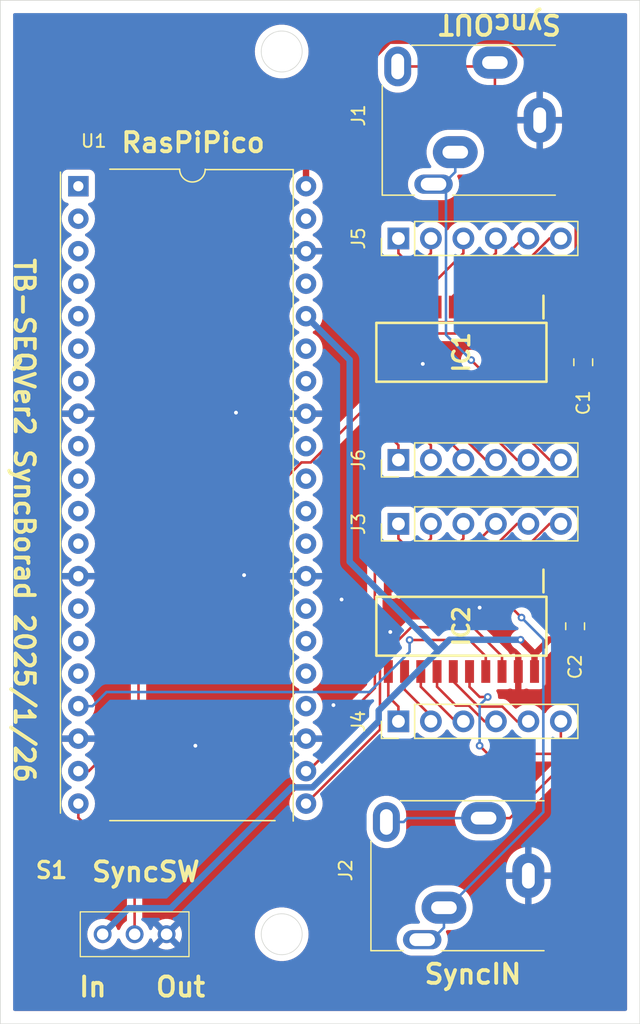
<source format=kicad_pcb>
(kicad_pcb (version 20240108) (generator "pcbnew") (generator_version "8.0")
  (layers (0 "F.Cu" signal) (31 "B.Cu" signal) (34 "B.Paste" user) (35 "F.Paste" user) (36 "B.SilkS" user "B.Silkscreen") (37 "F.SilkS" user "F.Silkscreen") (38 "B.Mask" user) (39 "F.Mask" user) (44 "Edge.Cuts" user))
  (net 0 "")
  (net 1 "D+5V")
  (net 2 "GNDD")
  (net 3 "D+3.3V")
  (net 4 "A+SyncOut")
  (net 5 "A+SyncOut_Run{slash}Stop")
  (net 6 "D+SyncOut")
  (net 7 "D+SyncOut_Run{slash}Stop")
  (net 8 "D+SyncIn_Run{slash}Stop")
  (net 9 "A+SyncIn_Run{slash}Stop")
  (net 10 "A+SyncIn")
  (net 11 "D+SyncIn")
  (net 12 "D+Plugin_SyncIn")
  (net 39 "Net-(IC1-A8)")
  (net 40 "Net-(IC1-Y7)")
  (net 41 "Net-(IC1-Y3)")
  (net 42 "Net-(IC1-A6)")
  (net 43 "Net-(IC1-A4)")
  (net 44 "Net-(IC1-Y6)")
  (net 45 "Net-(IC1-A3)")
  (net 46 "Net-(IC1-A5)")
  (net 47 "Net-(IC1-A7)")
  (net 48 "Net-(IC1-Y4)")
  (net 49 "Net-(IC1-Y8)")
  (net 50 "Net-(IC1-Y5)")
  (net 51 "Net-(IC2-A4)")
  (net 52 "Net-(IC2-A6)")
  (net 53 "Net-(IC2-A5)")
  (net 54 "Net-(IC2-Y5)")
  (net 55 "Net-(IC2-Y3)")
  (net 56 "Net-(IC2-Y7)")
  (net 57 "Net-(IC2-A3)")
  (net 58 "Net-(IC2-Y4)")
  (net 59 "Net-(IC2-A8)")
  (net 60 "Net-(IC2-A7)")
  (net 61 "Net-(IC2-Y6)")
  (net 62 "Net-(IC2-Y8)")
  (footprint "Capacitor_SMD:C_0805_2012Metric_Pad1.18x1.45mm_HandSolder" (layer "F.Cu") (at 125.575 58.288 -90)
    (property "Reference" "C1" (at 3.175 0 90) (layer "F.SilkS"))
    (property "Value" "0.1uf")
    (fp_line (start -0.261252 0.735) (end 0.261252 0.735) (stroke (width 0.12)) (layer "F.SilkS"))
    (fp_line (start -0.261252 -0.735) (end 0.261252 -0.735) (stroke (width 0.12)) (layer "F.SilkS"))
    (pad "1" smd roundrect (at -1.0375 0 270) (size 1.175 1.45) (layers "F.Cu" "F.Paste" "F.Mask") (roundrect_rratio 0.212766) (net 2 "GNDD"))
    (pad "2" smd roundrect (at 1.0375 0 270) (size 1.175 1.45) (layers "F.Cu" "F.Paste" "F.Mask") (roundrect_rratio 0.212766) (net 1 "D+5V"))
  )
  (footprint "SamacSys_Parts:SOIC127P780X190-20N" (layer "F.Cu") (at 116.05 78.925 -90)
    (property "Reference" "IC2" (at 0 0 -90) (layer "F.SilkS") (effects (font (size 1.27 1.27) (thickness 0.254))))
    (property "Value" "TC74VHC541F" (hide yes))
    (fp_line (start -2.3 6.65) (end -2.3 -6.65) (stroke (width 0.2)) (layer "F.SilkS"))
    (fp_line (start 2.3 6.65) (end -2.3 6.65) (stroke (width 0.2)) (layer "F.SilkS"))
    (fp_line (start -4.425 -6.415) (end -2.65 -6.415) (stroke (width 0.2)) (layer "F.SilkS"))
    (fp_line (start -2.3 -6.65) (end 2.3 -6.65) (stroke (width 0.2)) (layer "F.SilkS"))
    (fp_line (start 2.3 -6.65) (end 2.3 6.65) (stroke (width 0.2)) (layer "F.SilkS"))
    (pad "1" smd rect (at -3.538 -5.715) (size 0.7 1.775) (layers "F.Cu" "F.Paste" "F.Mask") (net 2 "GNDD"))
    (pad "2" smd rect (at -3.538 -4.445) (size 0.7 1.775) (layers "F.Cu" "F.Paste" "F.Mask") (net 10 "A+SyncIn"))
    (pad "3" smd rect (at -3.538 -3.175) (size 0.7 1.775) (layers "F.Cu" "F.Paste" "F.Mask") (net 9 "A+SyncIn_Run{slash}Stop"))
    (pad "4" smd rect (at -3.538 -1.905) (size 0.7 1.775) (layers "F.Cu" "F.Paste" "F.Mask") (net 57 "Net-(IC2-A3)"))
    (pad "5" smd rect (at -3.538 -0.635) (size 0.7 1.775) (layers "F.Cu" "F.Paste" "F.Mask") (net 51 "Net-(IC2-A4)"))
    (pad "6" smd rect (at -3.538 0.635) (size 0.7 1.775) (layers "F.Cu" "F.Paste" "F.Mask") (net 53 "Net-(IC2-A5)"))
    (pad "7" smd rect (at -3.538 1.905) (size 0.7 1.775) (layers "F.Cu" "F.Paste" "F.Mask") (net 52 "Net-(IC2-A6)"))
    (pad "8" smd rect (at -3.538 3.175) (size 0.7 1.775) (layers "F.Cu" "F.Paste" "F.Mask") (net 60 "Net-(IC2-A7)"))
    (pad "9" smd rect (at -3.538 4.445) (size 0.7 1.775) (layers "F.Cu" "F.Paste" "F.Mask") (net 59 "Net-(IC2-A8)"))
    (pad "10" smd rect (at -3.538 5.715) (size 0.7 1.775) (layers "F.Cu" "F.Paste" "F.Mask") (net 2 "GNDD"))
    (pad "11" smd rect (at 3.538 5.715) (size 0.7 1.775) (layers "F.Cu" "F.Paste" "F.Mask") (net 62 "Net-(IC2-Y8)"))
    (pad "12" smd rect (at 3.538 4.445) (size 0.7 1.775) (layers "F.Cu" "F.Paste" "F.Mask") (net 56 "Net-(IC2-Y7)"))
    (pad "13" smd rect (at 3.538 3.175) (size 0.7 1.775) (layers "F.Cu" "F.Paste" "F.Mask") (net 61 "Net-(IC2-Y6)"))
    (pad "14" smd rect (at 3.538 1.905) (size 0.7 1.775) (layers "F.Cu" "F.Paste" "F.Mask") (net 54 "Net-(IC2-Y5)"))
    (pad "15" smd rect (at 3.538 0.635) (size 0.7 1.775) (layers "F.Cu" "F.Paste" "F.Mask") (net 58 "Net-(IC2-Y4)"))
    (pad "16" smd rect (at 3.538 -0.635) (size 0.7 1.775) (layers "F.Cu" "F.Paste" "F.Mask") (net 55 "Net-(IC2-Y3)"))
    (pad "17" smd rect (at 3.538 -1.905) (size 0.7 1.775) (layers "F.Cu" "F.Paste" "F.Mask") (net 8 "D+SyncIn_Run{slash}Stop"))
    (pad "18" smd rect (at 3.538 -3.175) (size 0.7 1.775) (layers "F.Cu" "F.Paste" "F.Mask") (net 11 "D+SyncIn"))
    (pad "19" smd rect (at 3.538 -4.445) (size 0.7 1.775) (layers "F.Cu" "F.Paste" "F.Mask") (net 2 "GNDD"))
    (pad "20" smd rect (at 3.538 -5.715) (size 0.7 1.775) (layers "F.Cu" "F.Paste" "F.Mask") (net 3 "D+3.3V"))
  )
  (footprint "Connector_PinHeader_2.54mm:PinHeader_1x06_P2.54mm_Vertical" (layer "F.Cu") (at 111.125 48.615 90)
    (property "Reference" "J5" (at 0 -3.125 90) (layer "F.SilkS"))
    (property "Value" "Conn_01x06")
    (fp_line (start -1.33 -1.33) (end 0 -1.33) (stroke (width 0.12)) (layer "F.SilkS"))
    (fp_line (start -1.33 0) (end -1.33 -1.33) (stroke (width 0.12)) (layer "F.SilkS"))
    (fp_line (start 1.33 1.27) (end 1.33 14.03) (stroke (width 0.12)) (layer "F.SilkS"))
    (fp_line (start -1.33 1.27) (end 1.33 1.27) (stroke (width 0.12)) (layer "F.SilkS"))
    (fp_line (start -1.33 1.27) (end -1.33 14.03) (stroke (width 0.12)) (layer "F.SilkS"))
    (fp_line (start -1.33 14.03) (end 1.33 14.03) (stroke (width 0.12)) (layer "F.SilkS"))
    (pad "1" thru_hole rect (at 0 0 90) (size 1.7 1.7) (drill 1) (layers "*.Cu" "*.Mask") (net 39 "Net-(IC1-A8)"))
    (pad "2" thru_hole oval (at 0 2.54 90) (size 1.7 1.7) (drill 1) (layers "*.Cu" "*.Mask") (net 47 "Net-(IC1-A7)"))
    (pad "3" thru_hole oval (at 0 5.08 90) (size 1.7 1.7) (drill 1) (layers "*.Cu" "*.Mask") (net 42 "Net-(IC1-A6)"))
    (pad "4" thru_hole oval (at 0 7.62 90) (size 1.7 1.7) (drill 1) (layers "*.Cu" "*.Mask") (net 46 "Net-(IC1-A5)"))
    (pad "5" thru_hole oval (at 0 10.16 90) (size 1.7 1.7) (drill 1) (layers "*.Cu" "*.Mask") (net 43 "Net-(IC1-A4)"))
    (pad "6" thru_hole oval (at 0 12.7 90) (size 1.7 1.7) (drill 1) (layers "*.Cu" "*.Mask") (net 45 "Net-(IC1-A3)"))
  )
  (footprint "Connector_PinHeader_2.54mm:PinHeader_1x06_P2.54mm_Vertical" (layer "F.Cu") (at 111.125 65.925 90)
    (property "Reference" "J6" (at 0 -3.125 90) (layer "F.SilkS"))
    (property "Value" "Conn_01x06")
    (fp_line (start -1.33 -1.33) (end 0 -1.33) (stroke (width 0.12)) (layer "F.SilkS"))
    (fp_line (start -1.33 0) (end -1.33 -1.33) (stroke (width 0.12)) (layer "F.SilkS"))
    (fp_line (start 1.33 1.27) (end 1.33 14.03) (stroke (width 0.12)) (layer "F.SilkS"))
    (fp_line (start -1.33 1.27) (end 1.33 1.27) (stroke (width 0.12)) (layer "F.SilkS"))
    (fp_line (start -1.33 1.27) (end -1.33 14.03) (stroke (width 0.12)) (layer "F.SilkS"))
    (fp_line (start -1.33 14.03) (end 1.33 14.03) (stroke (width 0.12)) (layer "F.SilkS"))
    (pad "1" thru_hole rect (at 0 0 90) (size 1.7 1.7) (drill 1) (layers "*.Cu" "*.Mask") (net 49 "Net-(IC1-Y8)"))
    (pad "2" thru_hole oval (at 0 2.54 90) (size 1.7 1.7) (drill 1) (layers "*.Cu" "*.Mask") (net 40 "Net-(IC1-Y7)"))
    (pad "3" thru_hole oval (at 0 5.08 90) (size 1.7 1.7) (drill 1) (layers "*.Cu" "*.Mask") (net 44 "Net-(IC1-Y6)"))
    (pad "4" thru_hole oval (at 0 7.62 90) (size 1.7 1.7) (drill 1) (layers "*.Cu" "*.Mask") (net 50 "Net-(IC1-Y5)"))
    (pad "5" thru_hole oval (at 0 10.16 90) (size 1.7 1.7) (drill 1) (layers "*.Cu" "*.Mask") (net 48 "Net-(IC1-Y4)"))
    (pad "6" thru_hole oval (at 0 12.7 90) (size 1.7 1.7) (drill 1) (layers "*.Cu" "*.Mask") (net 41 "Net-(IC1-Y3)"))
  )
  (footprint "Connector_Audio:Jack_3.5mm_CUI_SJ1-3515N_Horizontal" (layer "F.Cu") (at 121.285 98.425 180)
    (property "Reference" "J2" (at 14.285 0.425 90) (layer "F.SilkS"))
    (property "Value" "AudioJack3_SwitchTR")
    (fp_line (start 12.31 -5.86) (end 12.31 2.7) (stroke (width 0.12)) (layer "F.SilkS"))
    (fp_line (start 12.31 -5.86) (end 9.8 -5.86) (stroke (width 0.12)) (layer "F.SilkS"))
    (fp_line (start 10 5.86) (end -1.2192 5.86) (stroke (width 0.12)) (layer "F.SilkS"))
    (fp_line (start 6.8 -5.86) (end -1.2192 -5.86) (stroke (width 0.12)) (layer "F.SilkS"))
    (pad "R" thru_hole oval (at 8.3 -5 180) (size 3 1.5) (drill oval 2 1) (layers "*.Cu" "*.Mask") (net 9 "A+SyncIn_Run{slash}Stop"))
    (pad "RN" thru_hole oval (at 6.6 -2.5 180) (size 3.5 2.5) (drill oval 2 1) (layers "*.Cu" "*.Mask") (net 9 "A+SyncIn_Run{slash}Stop"))
    (pad "S" thru_hole oval (at 0 0 90) (size 3.5 2.5) (drill oval 2 1) (layers "*.Cu" "*.Mask") (net 2 "GNDD"))
    (pad "T" thru_hole oval (at 3.5 4.5 180) (size 3.5 2.5) (drill oval 2 1) (layers "*.Cu" "*.Mask") (net 10 "A+SyncIn"))
    (pad "TN" thru_hole oval (at 11.1 4.2 270) (size 3.1 2.1) (drill oval 2 1) (layers "*.Cu" "*.Mask") (net 10 "A+SyncIn"))
  )
  (footprint "SamacSys_Parts:SS12D00G3" (layer "F.Cu") (at 90.5 103)
    (property "Reference" "S1" (at -6.5 -5 0) (layer "F.SilkS") (effects (font (size 1.27 1.27) (thickness 0.254))))
    (property "Value" "SS12D00G3" (hide yes))
    (fp_line (start -4.25 -1.75) (end 4.25 -1.75) (stroke (width 0.1)) (layer "F.SilkS"))
    (fp_line (start -4.25 1.75) (end -4.25 -1.75) (stroke (width 0.1)) (layer "F.SilkS"))
    (fp_line (start 4.25 -1.75) (end 4.25 1.75) (stroke (width 0.1)) (layer "F.SilkS"))
    (fp_line (start 4.25 1.75) (end -4.25 1.75) (stroke (width 0.1)) (layer "F.SilkS"))
    (pad "1" thru_hole circle (at -2.5 0) (size 1.4 1.4) (drill 0.9) (layers "*.Cu" "*.Mask") (net 3 "D+3.3V"))
    (pad "2" thru_hole circle (at 0 0) (size 1.4 1.4) (drill 0.9) (layers "*.Cu" "*.Mask") (net 12 "D+Plugin_SyncIn"))
    (pad "3" thru_hole circle (at 2.5 0) (size 1.4 1.4) (drill 0.9) (layers "*.Cu" "*.Mask") (net 2 "GNDD"))
  )
  (footprint "Connector_Audio:Jack_3.5mm_CUI_SJ1-3515N_Horizontal" (layer "F.Cu") (at 122.17 39.37 180)
    (property "Reference" "J1" (at 14.17 0.37 90) (layer "F.SilkS"))
    (property "Value" "AudioJack3_SwitchTR")
    (fp_line (start 12.31 -5.86) (end 12.31 2.7) (stroke (width 0.12)) (layer "F.SilkS"))
    (fp_line (start 12.31 -5.86) (end 9.8 -5.86) (stroke (width 0.12)) (layer "F.SilkS"))
    (fp_line (start 10 5.86) (end -1.2192 5.86) (stroke (width 0.12)) (layer "F.SilkS"))
    (fp_line (start 6.8 -5.86) (end -1.2192 -5.86) (stroke (width 0.12)) (layer "F.SilkS"))
    (pad "R" thru_hole oval (at 8.3 -5 180) (size 3 1.5) (drill oval 2 1) (layers "*.Cu" "*.Mask") (net 5 "A+SyncOut_Run{slash}Stop"))
    (pad "RN" thru_hole oval (at 6.6 -2.5 180) (size 3.5 2.5) (drill oval 2 1) (layers "*.Cu" "*.Mask") (net 5 "A+SyncOut_Run{slash}Stop"))
    (pad "S" thru_hole oval (at 0 0 90) (size 3.5 2.5) (drill oval 2 1) (layers "*.Cu" "*.Mask") (net 2 "GNDD"))
    (pad "T" thru_hole oval (at 3.5 4.5 180) (size 3.5 2.5) (drill oval 2 1) (layers "*.Cu" "*.Mask") (net 4 "A+SyncOut"))
    (pad "TN" thru_hole oval (at 11.1 4.2 270) (size 3.1 2.1) (drill oval 2 1) (layers "*.Cu" "*.Mask") (net 4 "A+SyncOut"))
  )
  (footprint "SamacSys_Parts:SOIC127P780X190-20N" (layer "F.Cu") (at 116.05 57.513 -90)
    (property "Reference" "IC1" (at 0 0 -90) (layer "F.SilkS") (effects (font (size 1.27 1.27) (thickness 0.254))))
    (property "Value" "TC74VHC541F" (hide yes))
    (fp_line (start -2.3 6.65) (end -2.3 -6.65) (stroke (width 0.2)) (layer "F.SilkS"))
    (fp_line (start 2.3 6.65) (end -2.3 6.65) (stroke (width 0.2)) (layer "F.SilkS"))
    (fp_line (start -4.425 -6.415) (end -2.65 -6.415) (stroke (width 0.2)) (layer "F.SilkS"))
    (fp_line (start -2.3 -6.65) (end 2.3 -6.65) (stroke (width 0.2)) (layer "F.SilkS"))
    (fp_line (start 2.3 -6.65) (end 2.3 6.65) (stroke (width 0.2)) (layer "F.SilkS"))
    (pad "1" smd rect (at -3.538 -5.715) (size 0.7 1.775) (layers "F.Cu" "F.Paste" "F.Mask") (net 2 "GNDD"))
    (pad "2" smd rect (at -3.538 -4.445) (size 0.7 1.775) (layers "F.Cu" "F.Paste" "F.Mask") (net 6 "D+SyncOut"))
    (pad "3" smd rect (at -3.538 -3.175) (size 0.7 1.775) (layers "F.Cu" "F.Paste" "F.Mask") (net 7 "D+SyncOut_Run{slash}Stop"))
    (pad "4" smd rect (at -3.538 -1.905) (size 0.7 1.775) (layers "F.Cu" "F.Paste" "F.Mask") (net 45 "Net-(IC1-A3)"))
    (pad "5" smd rect (at -3.538 -0.635) (size 0.7 1.775) (layers "F.Cu" "F.Paste" "F.Mask") (net 43 "Net-(IC1-A4)"))
    (pad "6" smd rect (at -3.538 0.635) (size 0.7 1.775) (layers "F.Cu" "F.Paste" "F.Mask") (net 46 "Net-(IC1-A5)"))
    (pad "7" smd rect (at -3.538 1.905) (size 0.7 1.775) (layers "F.Cu" "F.Paste" "F.Mask") (net 42 "Net-(IC1-A6)"))
    (pad "8" smd rect (at -3.538 3.175) (size 0.7 1.775) (layers "F.Cu" "F.Paste" "F.Mask") (net 47 "Net-(IC1-A7)"))
    (pad "9" smd rect (at -3.538 4.445) (size 0.7 1.775) (layers "F.Cu" "F.Paste" "F.Mask") (net 39 "Net-(IC1-A8)"))
    (pad "10" smd rect (at -3.538 5.715) (size 0.7 1.775) (layers "F.Cu" "F.Paste" "F.Mask") (net 2 "GNDD"))
    (pad "11" smd rect (at 3.538 5.715) (size 0.7 1.775) (layers "F.Cu" "F.Paste" "F.Mask") (net 49 "Net-(IC1-Y8)"))
    (pad "12" smd rect (at 3.538 4.445) (size 0.7 1.775) (layers "F.Cu" "F.Paste" "F.Mask") (net 40 "Net-(IC1-Y7)"))
    (pad "13" smd rect (at 3.538 3.175) (size 0.7 1.775) (layers "F.Cu" "F.Paste" "F.Mask") (net 44 "Net-(IC1-Y6)"))
    (pad "14" smd rect (at 3.538 1.905) (size 0.7 1.775) (layers "F.Cu" "F.Paste" "F.Mask") (net 50 "Net-(IC1-Y5)"))
    (pad "15" smd rect (at 3.538 0.635) (size 0.7 1.775) (layers "F.Cu" "F.Paste" "F.Mask") (net 48 "Net-(IC1-Y4)"))
    (pad "16" smd rect (at 3.538 -0.635) (size 0.7 1.775) (layers "F.Cu" "F.Paste" "F.Mask") (net 41 "Net-(IC1-Y3)"))
    (pad "17" smd rect (at 3.538 -1.905) (size 0.7 1.775) (layers "F.Cu" "F.Paste" "F.Mask") (net 5 "A+SyncOut_Run{slash}Stop"))
    (pad "18" smd rect (at 3.538 -3.175) (size 0.7 1.775) (layers "F.Cu" "F.Paste" "F.Mask") (net 4 "A+SyncOut"))
    (pad "19" smd rect (at 3.538 -4.445) (size 0.7 1.775) (layers "F.Cu" "F.Paste" "F.Mask") (net 2 "GNDD"))
    (pad "20" smd rect (at 3.538 -5.715) (size 0.7 1.775) (layers "F.Cu" "F.Paste" "F.Mask") (net 1 "D+5V"))
  )
  (footprint "Connector_PinHeader_2.54mm:PinHeader_1x06_P2.54mm_Vertical" (layer "F.Cu") (at 111.125 86.36 90)
    (property "Reference" "J4" (at 0 -3.125 90) (layer "F.SilkS"))
    (property "Value" "Conn_01x06")
    (fp_line (start -1.33 -1.33) (end 0 -1.33) (stroke (width 0.12)) (layer "F.SilkS"))
    (fp_line (start -1.33 0) (end -1.33 -1.33) (stroke (width 0.12)) (layer "F.SilkS"))
    (fp_line (start 1.33 1.27) (end 1.33 14.03) (stroke (width 0.12)) (layer "F.SilkS"))
    (fp_line (start -1.33 1.27) (end 1.33 1.27) (stroke (width 0.12)) (layer "F.SilkS"))
    (fp_line (start -1.33 1.27) (end -1.33 14.03) (stroke (width 0.12)) (layer "F.SilkS"))
    (fp_line (start -1.33 14.03) (end 1.33 14.03) (stroke (width 0.12)) (layer "F.SilkS"))
    (pad "1" thru_hole rect (at 0 0 90) (size 1.7 1.7) (drill 1) (layers "*.Cu" "*.Mask") (net 62 "Net-(IC2-Y8)"))
    (pad "2" thru_hole oval (at 0 2.54 90) (size 1.7 1.7) (drill 1) (layers "*.Cu" "*.Mask") (net 56 "Net-(IC2-Y7)"))
    (pad "3" thru_hole oval (at 0 5.08 90) (size 1.7 1.7) (drill 1) (layers "*.Cu" "*.Mask") (net 61 "Net-(IC2-Y6)"))
    (pad "4" thru_hole oval (at 0 7.62 90) (size 1.7 1.7) (drill 1) (layers "*.Cu" "*.Mask") (net 54 "Net-(IC2-Y5)"))
    (pad "5" thru_hole oval (at 0 10.16 90) (size 1.7 1.7) (drill 1) (layers "*.Cu" "*.Mask") (net 58 "Net-(IC2-Y4)"))
    (pad "6" thru_hole oval (at 0 12.7 90) (size 1.7 1.7) (drill 1) (layers "*.Cu" "*.Mask") (net 55 "Net-(IC2-Y3)"))
  )
  (footprint "SamacSys_Parts:Raspberry Pi Pico DIP-40_W17.76mm" (layer "F.Cu") (at 95 44.23)
    (property "Reference" "U1" (at -7.695 -3.23 0) (layer "F.SilkS"))
    (property "Value" "~")
    (fp_line (start -10.3 -0.8) (end -10.3 49.3) (stroke (width 0.12)) (layer "F.SilkS"))
    (fp_line (start -6.44 49.89) (end 6.48 49.89) (stroke (width 0.12)) (layer "F.SilkS"))
    (fp_line (start -0.98 -1.03) (end -6.44 -1.03) (stroke (width 0.12)) (layer "F.SilkS"))
    (fp_line (start 7.9 -1) (end 1.02 -1) (stroke (width 0.12)) (layer "F.SilkS"))
    (fp_line (start 7.9 49.92) (end 7.9 -1) (stroke (width 0.12)) (layer "F.SilkS"))
    (fp_arc (start 1.02 -1.03) (mid 0.02 -0.03) (end -0.98 -1.03) (stroke (width 0.12)) (layer "F.SilkS"))
    (pad "1" thru_hole rect (at -8.9 0.3) (size 1.6 1.6) (drill 0.8) (layers "*.Cu" "*.Mask"))
    (pad "2" thru_hole oval (at -8.9 2.84) (size 1.6 1.6) (drill 0.8) (layers "*.Cu" "*.Mask"))
    (pad "3" thru_hole oval (at -8.9 5.38) (size 1.6 1.6) (drill 0.8) (layers "*.Cu" "*.Mask"))
    (pad "4" thru_hole oval (at -8.9 7.92) (size 1.6 1.6) (drill 0.8) (layers "*.Cu" "*.Mask"))
    (pad "5" thru_hole oval (at -8.9 10.46) (size 1.6 1.6) (drill 0.8) (layers "*.Cu" "*.Mask"))
    (pad "6" thru_hole oval (at -8.9 13) (size 1.6 1.6) (drill 0.8) (layers "*.Cu" "*.Mask"))
    (pad "7" thru_hole oval (at -8.9 15.54) (size 1.6 1.6) (drill 0.8) (layers "*.Cu" "*.Mask"))
    (pad "8" thru_hole oval (at -8.9 18.08) (size 1.6 1.6) (drill 0.8) (layers "*.Cu" "*.Mask") (net 2 "GNDD"))
    (pad "9" thru_hole oval (at -8.9 20.62) (size 1.6 1.6) (drill 0.8) (layers "*.Cu" "*.Mask"))
    (pad "10" thru_hole oval (at -8.9 23.16) (size 1.6 1.6) (drill 0.8) (layers "*.Cu" "*.Mask"))
    (pad "11" thru_hole oval (at -8.9 25.7) (size 1.6 1.6) (drill 0.8) (layers "*.Cu" "*.Mask"))
    (pad "12" thru_hole oval (at -8.9 28.24) (size 1.6 1.6) (drill 0.8) (layers "*.Cu" "*.Mask"))
    (pad "13" thru_hole oval (at -8.9 30.78) (size 1.6 1.6) (drill 0.8) (layers "*.Cu" "*.Mask") (net 2 "GNDD"))
    (pad "14" thru_hole oval (at -8.9 33.32) (size 1.6 1.6) (drill 0.8) (layers "*.Cu" "*.Mask"))
    (pad "15" thru_hole oval (at -8.9 35.86) (size 1.6 1.6) (drill 0.8) (layers "*.Cu" "*.Mask"))
    (pad "16" thru_hole oval (at -8.9 38.4) (size 1.6 1.6) (drill 0.8) (layers "*.Cu" "*.Mask"))
    (pad "17" thru_hole oval (at -8.9 40.94) (size 1.6 1.6) (drill 0.8) (layers "*.Cu" "*.Mask") (net 8 "D+SyncIn_Run{slash}Stop"))
    (pad "18" thru_hole oval (at -8.9 43.48) (size 1.6 1.6) (drill 0.8) (layers "*.Cu" "*.Mask") (net 2 "GNDD"))
    (pad "19" thru_hole oval (at -8.9 46.02) (size 1.6 1.6) (drill 0.8) (layers "*.Cu" "*.Mask") (net 7 "D+SyncOut_Run{slash}Stop"))
    (pad "20" thru_hole oval (at -8.9 48.56) (size 1.6 1.6) (drill 0.8) (layers "*.Cu" "*.Mask") (net 12 "D+Plugin_SyncIn"))
    (pad "21" thru_hole oval (at 8.9 48.56) (size 1.6 1.6) (drill 0.8) (layers "*.Cu" "*.Mask") (net 11 "D+SyncIn"))
    (pad "22" thru_hole oval (at 8.9 46.02) (size 1.6 1.6) (drill 0.8) (layers "*.Cu" "*.Mask") (net 6 "D+SyncOut"))
    (pad "23" thru_hole oval (at 8.9 43.48) (size 1.6 1.6) (drill 0.8) (layers "*.Cu" "*.Mask") (net 2 "GNDD"))
    (pad "24" thru_hole oval (at 8.9 40.94) (size 1.6 1.6) (drill 0.8) (layers "*.Cu" "*.Mask"))
    (pad "25" thru_hole oval (at 8.9 38.4) (size 1.6 1.6) (drill 0.8) (layers "*.Cu" "*.Mask"))
    (pad "26" thru_hole oval (at 8.9 35.86) (size 1.6 1.6) (drill 0.8) (layers "*.Cu" "*.Mask"))
    (pad "27" thru_hole oval (at 8.9 33.32) (size 1.6 1.6) (drill 0.8) (layers "*.Cu" "*.Mask"))
    (pad "28" thru_hole oval (at 8.9 30.78) (size 1.6 1.6) (drill 0.8) (layers "*.Cu" "*.Mask") (net 2 "GNDD"))
    (pad "29" thru_hole oval (at 8.9 28.24) (size 1.6 1.6) (drill 0.8) (layers "*.Cu" "*.Mask"))
    (pad "30" thru_hole oval (at 8.9 25.7) (size 1.6 1.6) (drill 0.8) (layers "*.Cu" "*.Mask"))
    (pad "31" thru_hole oval (at 8.9 23.16) (size 1.6 1.6) (drill 0.8) (layers "*.Cu" "*.Mask"))
    (pad "32" thru_hole oval (at 8.9 20.62) (size 1.6 1.6) (drill 0.8) (layers "*.Cu" "*.Mask"))
    (pad "33" thru_hole oval (at 8.9 18.08) (size 1.6 1.6) (drill 0.8) (layers "*.Cu" "*.Mask") (net 2 "GNDD"))
    (pad "34" thru_hole oval (at 8.9 15.54) (size 1.6 1.6) (drill 0.8) (layers "*.Cu" "*.Mask"))
    (pad "35" thru_hole oval (at 8.9 13) (size 1.6 1.6) (drill 0.8) (layers "*.Cu" "*.Mask"))
    (pad "36" thru_hole oval (at 8.9 10.46) (size 1.6 1.6) (drill 0.8) (layers "*.Cu" "*.Mask") (net 3 "D+3.3V"))
    (pad "37" thru_hole oval (at 8.9 7.92) (size 1.6 1.6) (drill 0.8) (layers "*.Cu" "*.Mask"))
    (pad "38" thru_hole oval (at 8.9 5.38) (size 1.6 1.6) (drill 0.8) (layers "*.Cu" "*.Mask") (net 2 "GNDD"))
    (pad "39" thru_hole oval (at 8.9 2.84) (size 1.6 1.6) (drill 0.8) (layers "*.Cu" "*.Mask"))
    (pad "40" thru_hole oval (at 8.9 0.3) (size 1.6 1.6) (drill 0.8) (layers "*.Cu" "*.Mask") (net 1 "D+5V"))
  )
  (footprint "Connector_PinHeader_2.54mm:PinHeader_1x06_P2.54mm_Vertical" (layer "F.Cu") (at 111.125 70.925 90)
    (property "Reference" "J3" (at 0 -3.125 90) (layer "F.SilkS"))
    (property "Value" "Conn_01x06")
    (fp_line (start -1.33 -1.33) (end 0 -1.33) (stroke (width 0.12)) (layer "F.SilkS"))
    (fp_line (start -1.33 0) (end -1.33 -1.33) (stroke (width 0.12)) (layer "F.SilkS"))
    (fp_line (start 1.33 1.27) (end 1.33 14.03) (stroke (width 0.12)) (layer "F.SilkS"))
    (fp_line (start -1.33 1.27) (end 1.33 1.27) (stroke (width 0.12)) (layer "F.SilkS"))
    (fp_line (start -1.33 1.27) (end -1.33 14.03) (stroke (width 0.12)) (layer "F.SilkS"))
    (fp_line (start -1.33 14.03) (end 1.33 14.03) (stroke (width 0.12)) (layer "F.SilkS"))
    (pad "1" thru_hole rect (at 0 0 90) (size 1.7 1.7) (drill 1) (layers "*.Cu" "*.Mask") (net 59 "Net-(IC2-A8)"))
    (pad "2" thru_hole oval (at 0 2.54 90) (size 1.7 1.7) (drill 1) (layers "*.Cu" "*.Mask") (net 60 "Net-(IC2-A7)"))
    (pad "3" thru_hole oval (at 0 5.08 90) (size 1.7 1.7) (drill 1) (layers "*.Cu" "*.Mask") (net 52 "Net-(IC2-A6)"))
    (pad "4" thru_hole oval (at 0 7.62 90) (size 1.7 1.7) (drill 1) (layers "*.Cu" "*.Mask") (net 53 "Net-(IC2-A5)"))
    (pad "5" thru_hole oval (at 0 10.16 90) (size 1.7 1.7) (drill 1) (layers "*.Cu" "*.Mask") (net 51 "Net-(IC2-A4)"))
    (pad "6" thru_hole oval (at 0 12.7 90) (size 1.7 1.7) (drill 1) (layers "*.Cu" "*.Mask") (net 57 "Net-(IC2-A3)"))
  )
  (footprint "Capacitor_SMD:C_0805_2012Metric_Pad1.18x1.45mm_HandSolder" (layer "F.Cu") (at 124.94 78.925 -90)
    (property "Reference" "C2" (at 3.175 0 90) (layer "F.SilkS"))
    (property "Value" "0.1uf")
    (fp_line (start -0.261252 0.735) (end 0.261252 0.735) (stroke (width 0.12)) (layer "F.SilkS"))
    (fp_line (start -0.261252 -0.735) (end 0.261252 -0.735) (stroke (width 0.12)) (layer "F.SilkS"))
    (pad "1" smd roundrect (at -1.0375 0 270) (size 1.175 1.45) (layers "F.Cu" "F.Paste" "F.Mask") (roundrect_rratio 0.212766) (net 2 "GNDD"))
    (pad "2" smd roundrect (at 1.0375 0 270) (size 1.175 1.45) (layers "F.Cu" "F.Paste" "F.Mask") (roundrect_rratio 0.212766) (net 3 "D+3.3V"))
  )
  (gr_line (start 106.045 88.265) (end 104.14 90.17) (stroke (width 0.2)) (layer "F.Cu") (net 6))
  (gr_circle (center 102 103) (end 103.6 103) (stroke (width 0.05)) (fill none) (layer "Edge.Cuts"))
  (gr_rect (start 80 30) (end 130 110) (stroke (width 0.05)) (fill none) (layer "Edge.Cuts"))
  (gr_circle (center 102 34) (end 103.6 34) (stroke (width 0.05)) (fill none) (layer "Edge.Cuts"))
  (gr_text "TB-SEQVer2 SyncBorad 2025/1/26" (at 81 50 -90) (layer "F.SilkS") (effects (font (size 1.5 1.5) (thickness 0.3) (bold yes)) (justify left bottom)))
  (gr_text "RasPiPico" (at 89.305 42 0) (layer "F.SilkS") (effects (font (size 1.5 1.5) (thickness 0.3) (bold yes)) (justify left bottom)))
  (gr_text "SyncOUT" (at 124 31 180) (layer "F.SilkS") (effects (font (size 1.5 1.5) (thickness 0.3) (bold yes)) (justify left bottom)))
  (gr_text "Out" (at 92 108 0) (layer "F.SilkS") (effects (font (size 1.5 1.5) (thickness 0.3) (bold yes)) (justify left bottom)))
  (gr_text "In" (at 86 108 0) (layer "F.SilkS") (effects (font (size 1.5 1.5) (thickness 0.3) (bold yes)) (justify left bottom)))
  (gr_text "SyncSW" (at 87 99 0) (layer "F.SilkS") (effects (font (size 1.5 1.5) (thickness 0.3) (bold yes)) (justify left bottom)))
  (gr_text "SyncIN" (at 113 107 0) (layer "F.SilkS") (effects (font (size 1.5 1.5) (thickness 0.3) (bold yes)) (justify left bottom)))
  (segment (start 119.878 33.1602) (end 110.399 33.1602) (width 0.5) (layer "F.Cu") (net 1))
  (segment (start 124.38 59.3255) (end 123.19 59.3255) (width 0.5) (layer "F.Cu") (net 1))
  (segment (start 123.19 56.4719) (end 125.581 54.0809) (width 0.5) (layer "F.Cu") (net 1))
  (segment (start 122.151 59.3255) (end 124.38 59.3255) (width 0.5) (layer "F.Cu") (net 1))
  (segment (start 123.19 59.3255) (end 123.19 56.4719) (width 0.5) (layer "F.Cu") (net 1))
  (segment (start 110.399 33.1602) (end 103.9 39.6593) (width 0.5) (layer "F.Cu") (net 1))
  (segment (start 121.765 61.051) (end 121.765 59.7118) (width 0.5) (layer "F.Cu") (net 1))
  (segment (start 103.9 39.6593) (end 103.9 44.53) (width 0.5) (layer "F.Cu") (net 1))
  (segment (start 121.765 59.7118) (end 122.151 59.3255) (width 0.5) (layer "F.Cu") (net 1))
  (segment (start 125.581 38.8635) (end 119.878 33.1602) (width 0.5) (layer "F.Cu") (net 1))
  (segment (start 125.575 59.3255) (end 124.38 59.3255) (width 0.5) (layer "F.Cu") (net 1))
  (segment (start 125.581 54.0809) (end 125.581 38.8635) (width 0.5) (layer "F.Cu") (net 1))
  (via (at 99.06 74.93) (size 0.6) (drill 0.3) (layers "F.Cu" "B.Cu") (net 2))
  (via (at 95.25 88.265) (size 0.6) (drill 0.3) (layers "F.Cu" "B.Cu") (net 2))
  (via (at 106.68 76.835) (size 0.6) (drill 0.3) (layers "F.Cu" "B.Cu") (net 2))
  (via (at 113.03 58.42) (size 0.6) (drill 0.3) (layers "F.Cu" "B.Cu") (net 2))
  (via (at 110.49 79.375) (size 0.6) (drill 0.3) (layers "F.Cu" "B.Cu") (net 2))
  (via (at 98.425 62.23) (size 0.6) (drill 0.3) (layers "F.Cu" "B.Cu") (net 2))
  (via (at 117.475 77.47) (size 0.6) (drill 0.3) (layers "F.Cu" "B.Cu") (net 2))
  (via (at 106.045 85.09) (size 0.6) (drill 0.3) (layers "F.Cu" "B.Cu") (net 2))
  (segment (start 121.765 82.463) (end 121.765 81.1253) (width 0.5) (layer "F.Cu") (net 3))
  (segment (start 122.928 79.9625) (end 124.94 79.9625) (width 0.5) (layer "F.Cu") (net 3))
  (segment (start 121.765 81.1253) (end 121.792 81.0987) (width 0.5) (layer "F.Cu") (net 3))
  (segment (start 120.676 79.9836) (end 121.792 81.0987) (width 0.5) (layer "F.Cu") (net 3))
  (segment (start 121.792 81.0987) (end 122.928 79.9625) (width 0.5) (layer "F.Cu") (net 3))
  (via (at 120.676 79.9836) (size 0.6) (drill 0.3) (layers "F.Cu" "B.Cu") (net 3))
  (segment (start 90.035 100.965) (end 93.3315 100.965) (width 0.5) (layer "B.Cu") (net 3))
  (segment (start 109.584 86.3449) (end 109.584 85.5095) (width 0.5) (layer "B.Cu") (net 3))
  (segment (start 120.676 79.9836) (end 115.109 79.9836) (width 0.5) (layer "B.Cu") (net 3))
  (segment (start 102.776 91.52) (end 104.408 91.52) (width 0.5) (layer "B.Cu") (net 3))
  (segment (start 114.261 80.8323) (end 107.315 73.8866) (width 0.5) (layer "B.Cu") (net 3))
  (segment (start 93.3315 100.965) (end 102.776 91.52) (width 0.5) (layer "B.Cu") (net 3))
  (segment (start 115.109 79.9836) (end 114.261 80.8323) (width 0.5) (layer "B.Cu") (net 3))
  (segment (start 109.584 85.5095) (end 114.261 80.8323) (width 0.5) (layer "B.Cu") (net 3))
  (segment (start 88 103) (end 90.035 100.965) (width 0.5) (layer "B.Cu") (net 3))
  (segment (start 107.315 58.105) (end 103.9 54.69) (width 0.5) (layer "B.Cu") (net 3))
  (segment (start 107.315 73.8866) (end 107.315 58.105) (width 0.5) (layer "B.Cu") (net 3))
  (segment (start 104.408 91.52) (end 109.584 86.3449) (width 0.5) (layer "B.Cu") (net 3))
  (segment (start 119.225 59.5225) (end 124.987 53.7609) (width 0.2) (layer "F.Cu") (net 4))
  (segment (start 118.67 35.17) (end 111.07 35.17) (width 0.2) (layer "F.Cu") (net 4))
  (segment (start 124.987 46.521) (end 118.67 40.2044) (width 0.2) (layer "F.Cu") (net 4))
  (segment (start 118.67 40.2044) (end 118.67 35.17) (width 0.2) (layer "F.Cu") (net 4))
  (segment (start 118.67 35.17) (end 118.67 34.87) (width 0.2) (layer "F.Cu") (net 4))
  (segment (start 119.225 61.051) (end 119.225 59.5225) (width 0.2) (layer "F.Cu") (net 4))
  (segment (start 124.987 53.7609) (end 124.987 46.521) (width 0.2) (layer "F.Cu") (net 4))
  (segment (start 117.955 59.2605) (end 117.955 61.051) (width 0.2) (layer "F.Cu") (net 5))
  (segment (start 116.812 58.118) (end 117.955 59.2605) (width 0.2) (layer "F.Cu") (net 5))
  (via (at 116.812 58.118) (size 0.6) (drill 0.3) (layers "F.Cu" "B.Cu") (net 5))
  (segment (start 114.846 56.151) (end 116.812 58.118) (width 0.2) (layer "B.Cu") (net 5))
  (segment (start 114.771 44.37) (end 114.846 44.4446) (width 0.2) (layer "B.Cu") (net 5))
  (segment (start 115.57 43.4217) (end 114.771 44.2208) (width 0.2) (layer "B.Cu") (net 5))
  (segment (start 114.846 44.4446) (end 114.846 56.151) (width 0.2) (layer "B.Cu") (net 5))
  (segment (start 114.771 44.2208) (end 114.771 44.37) (width 0.2) (layer "B.Cu") (net 5))
  (segment (start 113.87 44.37) (end 114.771 44.37) (width 0.2) (layer "B.Cu") (net 5))
  (segment (start 115.57 41.87) (end 115.57 43.4217) (width 0.2) (layer "B.Cu") (net 5))
  (segment (start 119.619 56.0399) (end 120.495 55.1642) (width 0.2) (layer "F.Cu") (net 6))
  (segment (start 120.495 55.1642) (end 120.495 53.975) (width 0.2) (layer "F.Cu") (net 6))
  (segment (start 113.682 56.0399) (end 119.619 56.0399) (width 0.2) (layer "F.Cu") (net 6))
  (segment (start 106.045 88.265) (end 104.06 90.25) (width 0.2) (layer "F.Cu") (net 6))
  (segment (start 104.06 90.25) (end 103.9 90.25) (width 0.2) (layer "F.Cu") (net 6))
  (segment (start 106.045 86.995) (end 109.283 83.7569) (width 0.2) (layer "F.Cu") (net 6))
  (segment (start 106.045 88.265) (end 106.045 86.995) (width 0.2) (layer "F.Cu") (net 6))
  (segment (start 109.283 60.4387) (end 113.682 56.0399) (width 0.2) (layer "F.Cu") (net 6))
  (segment (start 109.283 83.7569) (end 109.283 60.4387) (width 0.2) (layer "F.Cu") (net 6))
  (segment (start 104.273 66.12) (end 108.691 61.7025) (width 0.2) (layer "F.Cu") (net 7))
  (segment (start 90.805 78.862) (end 103.547 66.12) (width 0.2) (layer "F.Cu") (net 7))
  (segment (start 103.547 66.12) (end 104.273 66.12) (width 0.2) (layer "F.Cu") (net 7))
  (segment (start 113.985 55.1642) (end 119.225 55.1642) (width 0.2) (layer "F.Cu") (net 7))
  (segment (start 119.225 55.1642) (end 119.225 53.975) (width 0.2) (layer "F.Cu") (net 7))
  (segment (start 86.1 90.25) (end 86.915 90.25) (width 0.2) (layer "F.Cu") (net 7))
  (segment (start 90.805 86.36) (end 90.805 78.862) (width 0.2) (layer "F.Cu") (net 7))
  (segment (start 108.691 61.7025) (end 108.691 60.4587) (width 0.2) (layer "F.Cu") (net 7))
  (segment (start 86.915 90.25) (end 90.805 86.36) (width 0.2) (layer "F.Cu") (net 7))
  (segment (start 108.691 60.4587) (end 113.985 55.1642) (width 0.2) (layer "F.Cu") (net 7))
  (segment (start 116.681 80) (end 117.955 81.2738) (width 0.2) (layer "F.Cu") (net 8))
  (segment (start 117.955 81.2738) (end 117.955 82.463) (width 0.2) (layer "F.Cu") (net 8))
  (segment (start 112 80) (end 116.681 80) (width 0.2) (layer "F.Cu") (net 8))
  (via (at 112 80) (size 0.6) (drill 0.3) (layers "F.Cu" "B.Cu") (net 8))
  (segment (start 112 80) (end 112 80.9297) (width 0.2) (layer "B.Cu") (net 8))
  (segment (start 88.3034 84.0683) (end 87.2017 85.17) (width 0.2) (layer "B.Cu") (net 8))
  (segment (start 87.2017 85.17) (end 86.1 85.17) (width 0.2) (layer "B.Cu") (net 8))
  (segment (start 112 80.9297) (end 108.861 84.0683) (width 0.2) (layer "B.Cu") (net 8))
  (segment (start 108.861 84.0683) (end 88.3034 84.0683) (width 0.2) (layer "B.Cu") (net 8))
  (segment (start 119.225 76.725) (end 119.225 75.387) (width 0.2) (layer "F.Cu") (net 9))
  (segment (start 120.75 78.25) (end 119.225 76.725) (width 0.2) (layer "F.Cu") (net 9))
  (via (at 120.75 78.25) (size 0.6) (drill 0.3) (layers "F.Cu" "B.Cu") (net 9))
  (segment (start 112.985 103.425) (end 113.737 103.425) (width 0.2) (layer "B.Cu") (net 9))
  (segment (start 122.455 79.9548) (end 122.455 93.4552) (width 0.2) (layer "B.Cu") (net 9))
  (segment (start 120.75 78.25) (end 122.455 79.9548) (width 0.2) (layer "B.Cu") (net 9))
  (segment (start 122.455 93.4552) (end 114.685 101.225) (width 0.2) (layer "B.Cu") (net 9))
  (segment (start 114.685 102.477) (end 114.685 101.225) (width 0.2) (layer "B.Cu") (net 9))
  (segment (start 114.685 100.925) (end 114.685 101.225) (width 0.2) (layer "B.Cu") (net 9))
  (segment (start 113.737 103.425) (end 114.685 102.477) (width 0.2) (layer "B.Cu") (net 9))
  (segment (start 122.844 78.925) (end 125.501 78.925) (width 0.2) (layer "F.Cu") (net 10))
  (segment (start 119.837 93.925) (end 117.785 93.925) (width 0.2) (layer "F.Cu") (net 10))
  (segment (start 126.014 87.7474) (end 119.837 93.925) (width 0.2) (layer "F.Cu") (net 10))
  (segment (start 120.495 75.387) (end 120.495 76.5762) (width 0.2) (layer "F.Cu") (net 10))
  (segment (start 120.495 76.5762) (end 122.844 78.925) (width 0.2) (layer "F.Cu") (net 10))
  (segment (start 125.501 78.925) (end 126.014 79.4379) (width 0.2) (layer "F.Cu") (net 10))
  (segment (start 126.014 79.4379) (end 126.014 87.7474) (width 0.2) (layer "F.Cu") (net 10))
  (segment (start 111.837 93.925) (end 111.537 94.225) (width 0.2) (layer "B.Cu") (net 10))
  (segment (start 117.785 93.925) (end 111.837 93.925) (width 0.2) (layer "B.Cu") (net 10))
  (segment (start 111.537 94.225) (end 110.185 94.225) (width 0.2) (layer "B.Cu") (net 10))
  (segment (start 119.225 81.2738) (end 119.225 82.463) (width 0.2) (layer "F.Cu") (net 11))
  (segment (start 109.683 81.4505) (end 112.134 79) (width 0.2) (layer "F.Cu") (net 11))
  (segment (start 116.951 79) (end 119.225 81.2738) (width 0.2) (layer "F.Cu") (net 11))
  (segment (start 112.134 79) (end 116.951 79) (width 0.2) (layer "F.Cu") (net 11))
  (segment (start 103.9 92.79) (end 109.683 87.007) (width 0.2) (layer "F.Cu") (net 11))
  (segment (start 109.683 87.007) (end 109.683 81.4505) (width 0.2) (layer "F.Cu") (net 11))
  (segment (start 90.5 98.2917) (end 90.5 103) (width 0.2) (layer "F.Cu") (net 12))
  (segment (start 86.1 92.79) (end 86.1 93.8917) (width 0.2) (layer "F.Cu") (net 12))
  (segment (start 86.1 93.8917) (end 90.5 98.2917) (width 0.2) (layer "F.Cu") (net 12))
  (segment (start 111.125 49.7667) (end 111.605 50.2467) (width 0.2) (layer "F.Cu") (net 39))
  (segment (start 111.605 50.2467) (end 111.605 53.975) (width 0.2) (layer "F.Cu") (net 39))
  (segment (start 111.125 48.615) (end 111.125 49.7667) (width 0.2) (layer "F.Cu") (net 39))
  (segment (start 113.665 65.925) (end 113.665 64.7733) (width 0.2) (layer "F.Cu") (net 40))
  (segment (start 111.605 62.7133) (end 111.605 61.051) (width 0.2) (layer "F.Cu") (net 40))
  (segment (start 113.665 64.7733) (end 111.605 62.7133) (width 0.2) (layer "F.Cu") (net 40))
  (segment (start 122.942 65.925) (end 123.825 65.925) (width 0.2) (layer "F.Cu") (net 41))
  (segment (start 116.685 61.051) (end 116.685 61.9252) (width 0.2) (layer "F.Cu") (net 41))
  (segment (start 120.017 63) (end 122.942 65.925) (width 0.2) (layer "F.Cu") (net 41))
  (segment (start 117.76 63) (end 120.017 63) (width 0.2) (layer "F.Cu") (net 41))
  (segment (start 116.685 61.9252) (end 117.76 63) (width 0.2) (layer "F.Cu") (net 41))
  (segment (start 116.205 48.615) (end 116.205 49.7667) (width 0.2) (layer "F.Cu") (net 42))
  (segment (start 116.205 49.7667) (end 114.145 51.8267) (width 0.2) (layer "F.Cu") (net 42))
  (segment (start 114.145 51.8267) (end 114.145 53.975) (width 0.2) (layer "F.Cu") (net 42))
  (segment (start 116.685 53.975) (end 116.685 52.7858) (width 0.2) (layer "F.Cu") (net 43))
  (segment (start 116.685 52.7858) (end 120.856 48.615) (width 0.2) (layer "F.Cu") (net 43))
  (segment (start 120.856 48.615) (end 121.285 48.615) (width 0.2) (layer "F.Cu") (net 43))
  (segment (start 112.875 62.2402) (end 112.875 61.051) (width 0.2) (layer "F.Cu") (net 44))
  (segment (start 116.205 65.925) (end 116.205 65.5702) (width 0.2) (layer "F.Cu") (net 44))
  (segment (start 116.205 65.5702) (end 112.875 62.2402) (width 0.2) (layer "F.Cu") (net 44))
  (segment (start 122.942 48.615) (end 123.825 48.615) (width 0.2) (layer "F.Cu") (net 45))
  (segment (start 118.771 52) (end 119.557 52) (width 0.2) (layer "F.Cu") (net 45))
  (segment (start 117.955 52.816) (end 118.771 52) (width 0.2) (layer "F.Cu") (net 45))
  (segment (start 119.557 52) (end 122.942 48.615) (width 0.2) (layer "F.Cu") (net 45))
  (segment (start 117.955 53.975) (end 117.955 52.816) (width 0.2) (layer "F.Cu") (net 45))
  (segment (start 118.745 49.7667) (end 118.745 48.615) (width 0.2) (layer "F.Cu") (net 46))
  (segment (start 115.415 53.975) (end 115.415 53.0967) (width 0.2) (layer "F.Cu") (net 46))
  (segment (start 115.415 53.0967) (end 118.745 49.7667) (width 0.2) (layer "F.Cu") (net 46))
  (segment (start 113.665 49.7667) (end 112.875 50.5567) (width 0.2) (layer "F.Cu") (net 47))
  (segment (start 112.875 50.5567) (end 112.875 53.975) (width 0.2) (layer "F.Cu") (net 47))
  (segment (start 113.665 48.615) (end 113.665 49.7667) (width 0.2) (layer "F.Cu") (net 47))
  (segment (start 117.421 64.2462) (end 118.723 64.2462) (width 0.2) (layer "F.Cu") (net 48))
  (segment (start 115.415 61.051) (end 115.415 62.2402) (width 0.2) (layer "F.Cu") (net 48))
  (segment (start 120.402 65.925) (end 121.285 65.925) (width 0.2) (layer "F.Cu") (net 48))
  (segment (start 115.415 62.2402) (end 117.421 64.2462) (width 0.2) (layer "F.Cu") (net 48))
  (segment (start 118.723 64.2462) (end 120.402 65.925) (width 0.2) (layer "F.Cu") (net 48))
  (segment (start 110.335 63.9833) (end 110.335 61.051) (width 0.2) (layer "F.Cu") (net 49))
  (segment (start 111.125 65.925) (end 111.125 64.7733) (width 0.2) (layer "F.Cu") (net 49))
  (segment (start 111.125 64.7733) (end 110.335 63.9833) (width 0.2) (layer "F.Cu") (net 49))
  (segment (start 114.145 61.051) (end 114.145 62.1198) (width 0.2) (layer "F.Cu") (net 50))
  (segment (start 117.95 65.925) (end 118.745 65.925) (width 0.2) (layer "F.Cu") (net 50))
  (segment (start 114.145 62.1198) (end 117.95 65.925) (width 0.2) (layer "F.Cu") (net 50))
  (segment (start 117.129 74.1978) (end 120.402 70.925) (width 0.2) (layer "F.Cu") (net 51))
  (segment (start 116.685 74.1978) (end 117.129 74.1978) (width 0.2) (layer "F.Cu") (net 51))
  (segment (start 116.685 75.387) (end 116.685 74.1978) (width 0.2) (layer "F.Cu") (net 51))
  (segment (start 120.402 70.925) (end 121.285 70.925) (width 0.2) (layer "F.Cu") (net 51))
  (segment (start 116.205 72.0767) (end 114.145 74.1367) (width 0.2) (layer "F.Cu") (net 52))
  (segment (start 116.205 70.925) (end 116.205 72.0767) (width 0.2) (layer "F.Cu") (net 52))
  (segment (start 114.145 74.1367) (end 114.145 75.387) (width 0.2) (layer "F.Cu") (net 52))
  (segment (start 115.415 74.1978) (end 118.688 70.925) (width 0.2) (layer "F.Cu") (net 53))
  (segment (start 118.688 70.925) (end 118.745 70.925) (width 0.2) (layer "F.Cu") (net 53))
  (segment (start 115.415 75.387) (end 115.415 74.1978) (width 0.2) (layer "F.Cu") (net 53))
  (segment (start 116.63 85.1306) (end 115.623 85.1306) (width 0.2) (layer "F.Cu") (net 54))
  (segment (start 114.145 83.6522) (end 114.145 82.463) (width 0.2) (layer "F.Cu") (net 54))
  (segment (start 118.745 86.36) (end 117.86 86.36) (width 0.2) (layer "F.Cu") (net 54))
  (segment (start 115.623 85.1306) (end 114.145 83.6522) (width 0.2) (layer "F.Cu") (net 54))
  (segment (start 117.86 86.36) (end 116.63 85.1306) (width 0.2) (layer "F.Cu") (net 54))
  (segment (start 123.19 88.9) (end 118.11 88.9) (width 0.2) (layer "F.Cu") (net 55))
  (segment (start 118.11 88.9) (end 117.475 88.265) (width 0.2) (layer "F.Cu") (net 55))
  (segment (start 123.825 88.265) (end 123.19 88.9) (width 0.2) (layer "F.Cu") (net 55))
  (segment (start 117.475 84.455) (end 116.685 83.665) (width 0.2) (layer "F.Cu") (net 55))
  (segment (start 123.825 86.36) (end 123.825 88.265) (width 0.2) (layer "F.Cu") (net 55))
  (segment (start 118.11 84.455) (end 117.475 84.455) (width 0.2) (layer "F.Cu") (net 55))
  (segment (start 116.685 83.665) (end 116.685 82.463) (width 0.2) (layer "F.Cu") (net 55))
  (via (at 118.11 84.455) (size 0.6) (drill 0.3) (layers "F.Cu" "B.Cu") (net 55))
  (via (at 117.475 88.265) (size 0.6) (drill 0.3) (layers "F.Cu" "B.Cu") (net 55))
  (segment (start 117.475 88.265) (end 117.475 85.09) (width 0.2) (layer "B.Cu") (net 55))
  (segment (start 117.475 85.09) (end 118.11 84.455) (width 0.2) (layer "B.Cu") (net 55))
  (segment (start 111.605 82.463) (end 111.605 83.8766) (width 0.2) (layer "F.Cu") (net 56))
  (segment (start 111.605 83.8766) (end 113.665 85.9366) (width 0.2) (layer "F.Cu") (net 56))
  (segment (start 113.665 85.9366) (end 113.665 86.36) (width 0.2) (layer "F.Cu") (net 56))
  (segment (start 117.955 74.1978) (end 119.669 74.1978) (width 0.2) (layer "F.Cu") (net 57))
  (segment (start 117.955 75.387) (end 117.955 74.1978) (width 0.2) (layer "F.Cu") (net 57))
  (segment (start 122.942 70.925) (end 123.825 70.925) (width 0.2) (layer "F.Cu") (net 57))
  (segment (start 119.669 74.1978) (end 122.942 70.925) (width 0.2) (layer "F.Cu") (net 57))
  (segment (start 117.386 85.2083) (end 115.415 83.2375) (width 0.2) (layer "F.Cu") (net 58))
  (segment (start 121.285 86.36) (end 120.402 86.36) (width 0.2) (layer "F.Cu") (net 58))
  (segment (start 115.415 83.2375) (end 115.415 82.463) (width 0.2) (layer "F.Cu") (net 58))
  (segment (start 119.25 85.2083) (end 117.386 85.2083) (width 0.2) (layer "F.Cu") (net 58))
  (segment (start 120.402 86.36) (end 119.25 85.2083) (width 0.2) (layer "F.Cu") (net 58))
  (segment (start 111.125 72.0767) (end 111.605 72.5567) (width 0.2) (layer "F.Cu") (net 59))
  (segment (start 111.605 72.5567) (end 111.605 75.387) (width 0.2) (layer "F.Cu") (net 59))
  (segment (start 111.125 70.925) (end 111.125 72.0767) (width 0.2) (layer "F.Cu") (net 59))
  (segment (start 113.665 70.925) (end 113.665 72.0767) (width 0.2) (layer "F.Cu") (net 60))
  (segment (start 113.665 72.0767) (end 112.875 72.8667) (width 0.2) (layer "F.Cu") (net 60))
  (segment (start 112.875 72.8667) (end 112.875 75.387) (width 0.2) (layer "F.Cu") (net 60))
  (segment (start 115.583 86.36) (end 112.875 83.6522) (width 0.2) (layer "F.Cu") (net 61))
  (segment (start 116.205 86.36) (end 115.583 86.36) (width 0.2) (layer "F.Cu") (net 61))
  (segment (start 112.875 83.6522) (end 112.875 82.463) (width 0.2) (layer "F.Cu") (net 61))
  (segment (start 110.335 84.4183) (end 110.335 82.463) (width 0.2) (layer "F.Cu") (net 62))
  (segment (start 111.125 86.36) (end 111.125 85.2083) (width 0.2) (layer "F.Cu") (net 62))
  (segment (start 111.125 85.2083) (end 110.335 84.4183) (width 0.2) (layer "F.Cu") (net 62))
  (zone (net 2) (net_name "GNDD") (layers "F&B.Cu") (connect_pads (clearance 0.5)) (min_thickness 0.25) (fill yes (thermal_gap 0.5) (thermal_bridge_width 0.5))
    (polygon (pts (xy 81 31) (xy 129 31) (xy 129 109) (xy 81 109)))
  )
)
</source>
